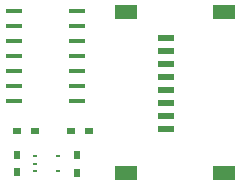
<source format=gtp>
%TF.GenerationSoftware,KiCad,Pcbnew,4.0.4+e1-6308~48~ubuntu16.04.1-stable*%
%TF.CreationDate,2017-01-03T17:52:22-08:00*%
%TF.ProjectId,sd-micro-hinged-5009010801-breakout,73642D6D6963726F2D68696E6765642D,v1.0*%
%TF.FileFunction,Paste,Top*%
%FSLAX46Y46*%
G04 Gerber Fmt 4.6, Leading zero omitted, Abs format (unit mm)*
G04 Created by KiCad (PCBNEW 4.0.4+e1-6308~48~ubuntu16.04.1-stable) date Tue Jan  3 17:52:22 2017*
%MOMM*%
%LPD*%
G01*
G04 APERTURE LIST*
%ADD10C,0.350000*%
%ADD11R,0.597600X0.647600*%
%ADD12R,0.647600X0.597600*%
%ADD13R,1.847600X1.297600*%
%ADD14R,1.447600X0.547600*%
%ADD15R,1.347600X0.447600*%
%ADD16R,0.447600X0.267600*%
G04 APERTURE END LIST*
D10*
D11*
X117094000Y-105295000D03*
X117094000Y-106795000D03*
D12*
X117094000Y-103314500D03*
X118594000Y-103314500D03*
X123114500Y-103314500D03*
X121614500Y-103314500D03*
D11*
X122110500Y-105307000D03*
X122110500Y-106807000D03*
D13*
X134567000Y-93240500D03*
X134567000Y-106840500D03*
X126267000Y-93240500D03*
X126267000Y-106840500D03*
D14*
X129667000Y-102040500D03*
X129667000Y-103140500D03*
X129667000Y-100940500D03*
X129667000Y-99840500D03*
X129667000Y-98740500D03*
X129667000Y-95440500D03*
X129667000Y-96540500D03*
X129667000Y-97640500D03*
D15*
X122176500Y-100711000D03*
X122176500Y-99441000D03*
X122176500Y-98171000D03*
X122176500Y-96901000D03*
X122176500Y-95631000D03*
X122176500Y-94361000D03*
X122176500Y-93091000D03*
X116776500Y-93091000D03*
X116776500Y-94361000D03*
X116776500Y-95631000D03*
X116776500Y-96901000D03*
X116776500Y-98171000D03*
X116776500Y-99441000D03*
X116776500Y-100711000D03*
D16*
X118623000Y-105410000D03*
X118623000Y-106710000D03*
X120523000Y-105410000D03*
X118623000Y-106060000D03*
X120523000Y-106710000D03*
M02*

</source>
